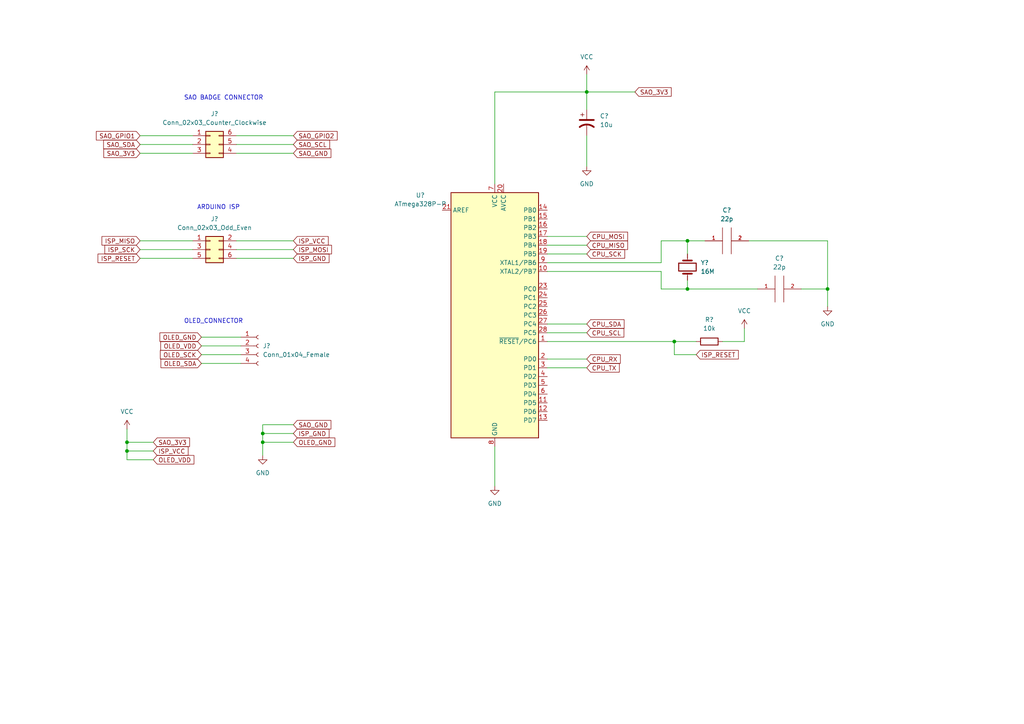
<source format=kicad_sch>
(kicad_sch (version 20211123) (generator eeschema)
  (paper "A4")
  (lib_symbols
    (symbol "Connector:Conn_01x04_Female" (pin_names (offset 1.016) hide)
      (property "Reference" "J" (at 0 5.08 0))
      (property "Value" "Conn_01x04_Female" (at 0 -7.62 0))
      (symbol "Conn_01x04_Female_1_1"
        (arc (start 0 -4.572) (mid -0.508 -5.08) (end 0 -5.588) (stroke (width 0.1524)))
        (arc (start 0 -2.032) (mid -0.508 -2.54) (end 0 -3.048) (stroke (width 0.1524)))
        (polyline (pts (xy -1.27 -5.08) (xy -0.508 -5.08)) (stroke (width 0.1524)))
        (polyline (pts (xy -1.27 -2.54) (xy -0.508 -2.54)) (stroke (width 0.1524)))
        (polyline (pts (xy -1.27 0) (xy -0.508 0)) (stroke (width 0.1524)))
        (polyline (pts (xy -1.27 2.54) (xy -0.508 2.54)) (stroke (width 0.1524)))
        (arc (start 0 0.508) (mid -0.508 0) (end 0 -0.508) (stroke (width 0.1524)))
        (arc (start 0 3.048) (mid -0.508 2.54) (end 0 2.032) (stroke (width 0.1524)))
        (pin passive line (at -5.08 2.54 0) (length 3.81) (name "Pin_1") (number "1"))
        (pin passive line (at -5.08 0 0) (length 3.81) (name "Pin_2") (number "2"))
        (pin passive line (at -5.08 -2.54 0) (length 3.81) (name "Pin_3") (number "3"))
        (pin passive line (at -5.08 -5.08 0) (length 3.81) (name "Pin_4") (number "4"))
      )
    )
    (symbol "Connector_Generic:Conn_02x03_Counter_Clockwise" (pin_names (offset 1.016) hide)
      (property "Reference" "J" (at 1.27 5.08 0))
      (property "Value" "Conn_02x03_Counter_Clockwise" (at 1.27 -5.08 0))
      (symbol "Conn_02x03_Counter_Clockwise_1_1"
        (rectangle (start -1.27 -2.413) (end 0 -2.667) (stroke (width 0.1524)))
        (rectangle (start -1.27 0.127) (end 0 -0.127) (stroke (width 0.1524)))
        (rectangle (start -1.27 2.667) (end 0 2.413) (stroke (width 0.1524)))
        (rectangle (start -1.27 3.81) (end 3.81 -3.81) (stroke (width 0.254)) (fill (type background)))
        (rectangle (start 3.81 -2.413) (end 2.54 -2.667) (stroke (width 0.1524)))
        (rectangle (start 3.81 0.127) (end 2.54 -0.127) (stroke (width 0.1524)))
        (rectangle (start 3.81 2.667) (end 2.54 2.413) (stroke (width 0.1524)))
        (pin passive line (at -5.08 2.54 0) (length 3.81) (name "Pin_1") (number "1"))
        (pin passive line (at -5.08 0 0) (length 3.81) (name "Pin_2") (number "2"))
        (pin passive line (at -5.08 -2.54 0) (length 3.81) (name "Pin_3") (number "3"))
        (pin passive line (at 7.62 -2.54 180) (length 3.81) (name "Pin_4") (number "4"))
        (pin passive line (at 7.62 0 180) (length 3.81) (name "Pin_5") (number "5"))
        (pin passive line (at 7.62 2.54 180) (length 3.81) (name "Pin_6") (number "6"))
      )
    )
    (symbol "Connector_Generic:Conn_02x03_Odd_Even" (pin_names (offset 1.016) hide)
      (property "Reference" "J" (at 1.27 5.08 0))
      (property "Value" "Conn_02x03_Odd_Even" (at 1.27 -5.08 0))
      (symbol "Conn_02x03_Odd_Even_1_1"
        (rectangle (start -1.27 -2.413) (end 0 -2.667) (stroke (width 0.1524)))
        (rectangle (start -1.27 0.127) (end 0 -0.127) (stroke (width 0.1524)))
        (rectangle (start -1.27 2.667) (end 0 2.413) (stroke (width 0.1524)))
        (rectangle (start -1.27 3.81) (end 3.81 -3.81) (stroke (width 0.254)) (fill (type background)))
        (rectangle (start 3.81 -2.413) (end 2.54 -2.667) (stroke (width 0.1524)))
        (rectangle (start 3.81 0.127) (end 2.54 -0.127) (stroke (width 0.1524)))
        (rectangle (start 3.81 2.667) (end 2.54 2.413) (stroke (width 0.1524)))
        (pin passive line (at -5.08 2.54 0) (length 3.81) (name "Pin_1") (number "1"))
        (pin passive line (at 7.62 2.54 180) (length 3.81) (name "Pin_2") (number "2"))
        (pin passive line (at -5.08 0 0) (length 3.81) (name "Pin_3") (number "3"))
        (pin passive line (at 7.62 0 180) (length 3.81) (name "Pin_4") (number "4"))
        (pin passive line (at -5.08 -2.54 0) (length 3.81) (name "Pin_5") (number "5"))
        (pin passive line (at 7.62 -2.54 180) (length 3.81) (name "Pin_6") (number "6"))
      )
    )
    (symbol "Device:C_Polarized_US" (pin_numbers hide) (pin_names (offset 0.254) hide)
      (property "Reference" "C" (at 0.635 2.54 0))
      (property "Value" "C_Polarized_US" (at 0.635 -2.54 0))
      (symbol "C_Polarized_US_0_1"
        (polyline (pts (xy -2.032 0.762) (xy 2.032 0.762)) (stroke (width 0.508)))
        (polyline (pts (xy -1.778 2.286) (xy -0.762 2.286)))
        (polyline (pts (xy -1.27 1.778) (xy -1.27 2.794)))
        (arc (start 2.032 -1.27) (mid 0 -0.5572) (end -2.032 -1.27) (stroke (width 0.508)))
      )
      (symbol "C_Polarized_US_1_1"
        (pin passive line (at 0 3.81 270) (length 2.794) (name "~") (number "1"))
        (pin passive line (at 0 -3.81 90) (length 3.302) (name "~") (number "2"))
      )
    )
    (symbol "Device:Crystal" (pin_numbers hide) (pin_names (offset 1.016) hide)
      (property "Reference" "Y" (at 0 3.81 0))
      (property "Value" "Crystal" (at 0 -3.81 0))
      (symbol "Crystal_0_1"
        (rectangle (start -1.143 2.54) (end 1.143 -2.54) (stroke (width 0.3048)))
        (polyline (pts (xy -2.54 0) (xy -1.905 0)))
        (polyline (pts (xy -1.905 -1.27) (xy -1.905 1.27)) (stroke (width 0.508)))
        (polyline (pts (xy 1.905 -1.27) (xy 1.905 1.27)) (stroke (width 0.508)))
        (polyline (pts (xy 2.54 0) (xy 1.905 0)))
      )
      (symbol "Crystal_1_1"
        (pin passive line (at -3.81 0 0) (length 1.27) (name "1") (number "1"))
        (pin passive line (at 3.81 0 180) (length 1.27) (name "2") (number "2"))
      )
    )
    (symbol "Device:R" (pin_numbers hide) (pin_names (offset 0))
      (property "Reference" "R" (at 2.032 0 90))
      (property "Value" "R" (at 0 0 90))
      (symbol "R_0_1"
        (rectangle (start -1.016 -2.54) (end 1.016 2.54) (stroke (width 0.254)))
      )
      (symbol "R_1_1"
        (pin passive line (at 0 3.81 270) (length 1.27) (name "~") (number "1"))
        (pin passive line (at 0 -3.81 90) (length 1.27) (name "~") (number "2"))
      )
    )
    (symbol "MCU_Microchip_ATmega:ATmega328P-P"
      (property "Reference" "U" (at -12.7 36.83 0))
      (property "Value" "ATmega328P-P" (at 2.54 -36.83 0))
      (symbol "ATmega328P-P_0_1"
        (rectangle (start -12.7 -35.56) (end 12.7 35.56) (stroke (width 0.254)) (fill (type background)))
      )
      (symbol "ATmega328P-P_1_1"
        (pin bidirectional line (at 15.24 -7.62 180) (length 2.54) (name "~{RESET}/PC6") (number "1"))
        (pin bidirectional line (at 15.24 12.7 180) (length 2.54) (name "XTAL2/PB7") (number "10"))
        (pin bidirectional line (at 15.24 -25.4 180) (length 2.54) (name "PD5") (number "11"))
        (pin bidirectional line (at 15.24 -27.94 180) (length 2.54) (name "PD6") (number "12"))
        (pin bidirectional line (at 15.24 -30.48 180) (length 2.54) (name "PD7") (number "13"))
        (pin bidirectional line (at 15.24 30.48 180) (length 2.54) (name "PB0") (number "14"))
        (pin bidirectional line (at 15.24 27.94 180) (length 2.54) (name "PB1") (number "15"))
        (pin bidirectional line (at 15.24 25.4 180) (length 2.54) (name "PB2") (number "16"))
        (pin bidirectional line (at 15.24 22.86 180) (length 2.54) (name "PB3") (number "17"))
        (pin bidirectional line (at 15.24 20.32 180) (length 2.54) (name "PB4") (number "18"))
        (pin bidirectional line (at 15.24 17.78 180) (length 2.54) (name "PB5") (number "19"))
        (pin bidirectional line (at 15.24 -12.7 180) (length 2.54) (name "PD0") (number "2"))
        (pin power_in line (at 2.54 38.1 270) (length 2.54) (name "AVCC") (number "20"))
        (pin passive line (at -15.24 30.48 0) (length 2.54) (name "AREF") (number "21"))
        (pin passive line (at 0 -38.1 90) (length 2.54) hide (name "GND") (number "22"))
        (pin bidirectional line (at 15.24 7.62 180) (length 2.54) (name "PC0") (number "23"))
        (pin bidirectional line (at 15.24 5.08 180) (length 2.54) (name "PC1") (number "24"))
        (pin bidirectional line (at 15.24 2.54 180) (length 2.54) (name "PC2") (number "25"))
        (pin bidirectional line (at 15.24 0 180) (length 2.54) (name "PC3") (number "26"))
        (pin bidirectional line (at 15.24 -2.54 180) (length 2.54) (name "PC4") (number "27"))
        (pin bidirectional line (at 15.24 -5.08 180) (length 2.54) (name "PC5") (number "28"))
        (pin bidirectional line (at 15.24 -15.24 180) (length 2.54) (name "PD1") (number "3"))
        (pin bidirectional line (at 15.24 -17.78 180) (length 2.54) (name "PD2") (number "4"))
        (pin bidirectional line (at 15.24 -20.32 180) (length 2.54) (name "PD3") (number "5"))
        (pin bidirectional line (at 15.24 -22.86 180) (length 2.54) (name "PD4") (number "6"))
        (pin power_in line (at 0 38.1 270) (length 2.54) (name "VCC") (number "7"))
        (pin power_in line (at 0 -38.1 90) (length 2.54) (name "GND") (number "8"))
        (pin bidirectional line (at 15.24 15.24 180) (length 2.54) (name "XTAL1/PB6") (number "9"))
      )
    )
    (symbol "power:GND" (power) (pin_names (offset 0))
      (property "Value" "GND" (at 0 -3.81 0))
      (symbol "GND_0_1"
        (polyline (pts (xy 0 0) (xy 0 -1.27) (xy 1.27 -1.27) (xy 0 -2.54) (xy -1.27 -1.27) (xy 0 -1.27)))
      )
      (symbol "GND_1_1"
        (pin power_in line (at 0 0 270) (length 0) hide (name "GND") (number "1"))
      )
    )
    (symbol "power:VCC" (power) (pin_names (offset 0))
      (property "Value" "VCC" (at 0 3.81 0))
      (symbol "VCC_0_1"
        (polyline (pts (xy -0.762 1.27) (xy 0 2.54)))
        (polyline (pts (xy 0 0) (xy 0 2.54)))
        (polyline (pts (xy 0 2.54) (xy 0.762 1.27)))
      )
      (symbol "VCC_1_1"
        (pin power_in line (at 0 0 90) (length 0) hide (name "VCC") (number "1"))
      )
    )
    (symbol "pspice:CAP" (pin_names (offset 0.254))
      (property "Reference" "C" (at 2.54 3.81 90))
      (property "Value" "CAP" (at 2.54 -3.81 90))
      (symbol "CAP_0_1"
        (polyline (pts (xy -3.81 -1.27) (xy 3.81 -1.27)))
        (polyline (pts (xy -3.81 1.27) (xy 3.81 1.27)))
      )
      (symbol "CAP_1_1"
        (pin passive line (at 0 6.35 270) (length 5.08) (name "~") (number "1"))
        (pin passive line (at 0 -6.35 90) (length 5.08) (name "~") (number "2"))
      )
    )
  )
  (junction (at 170.18 26.67))
  (junction (at 76.2 128.27))
  (junction (at 195.58 99.06))
  (junction (at 36.83 128.27))
  (junction (at 76.2 125.73))
  (junction (at 36.83 130.81))
  (junction (at 199.39 69.85))
  (junction (at 240.03 83.82))
  (junction (at 199.39 83.82))
  (wire (pts (xy 158.75 93.98) (xy 170.18 93.98)))
  (wire (pts (xy 58.42 100.33) (xy 69.85 100.33)))
  (wire (pts (xy 68.58 74.93) (xy 85.09 74.93)))
  (wire (pts (xy 158.75 71.12) (xy 170.18 71.12)))
  (wire (pts (xy 158.75 73.66) (xy 170.18 73.66)))
  (wire (pts (xy 201.93 102.87) (xy 195.58 102.87)))
  (wire (pts (xy 143.51 26.67) (xy 170.18 26.67)))
  (wire (pts (xy 215.9 99.06) (xy 215.9 95.25)))
  (wire (pts (xy 40.64 72.39) (xy 55.88 72.39)))
  (wire (pts (xy 158.75 78.74) (xy 191.77 78.74)))
  (wire (pts (xy 76.2 128.27) (xy 76.2 132.08)))
  (wire (pts (xy 143.51 53.34) (xy 143.51 26.67)))
  (wire (pts (xy 240.03 69.85) (xy 240.03 83.82)))
  (wire (pts (xy 40.64 39.37) (xy 55.88 39.37)))
  (wire (pts (xy 191.77 83.82) (xy 199.39 83.82)))
  (wire (pts (xy 36.83 130.81) (xy 36.83 128.27)))
  (wire (pts (xy 85.09 125.73) (xy 76.2 125.73)))
  (wire (pts (xy 217.17 69.85) (xy 240.03 69.85)))
  (wire (pts (xy 36.83 133.35) (xy 36.83 130.81)))
  (wire (pts (xy 40.64 41.91) (xy 55.88 41.91)))
  (wire (pts (xy 76.2 125.73) (xy 76.2 128.27)))
  (wire (pts (xy 240.03 83.82) (xy 240.03 88.9)))
  (wire (pts (xy 85.09 128.27) (xy 76.2 128.27)))
  (wire (pts (xy 40.64 69.85) (xy 55.88 69.85)))
  (wire (pts (xy 158.75 68.58) (xy 170.18 68.58)))
  (wire (pts (xy 158.75 106.68) (xy 170.18 106.68)))
  (wire (pts (xy 170.18 21.59) (xy 170.18 26.67)))
  (wire (pts (xy 44.45 133.35) (xy 36.83 133.35)))
  (wire (pts (xy 44.45 130.81) (xy 36.83 130.81)))
  (wire (pts (xy 170.18 26.67) (xy 170.18 31.75)))
  (wire (pts (xy 68.58 72.39) (xy 85.09 72.39)))
  (wire (pts (xy 68.58 39.37) (xy 85.09 39.37)))
  (wire (pts (xy 58.42 102.87) (xy 69.85 102.87)))
  (wire (pts (xy 170.18 26.67) (xy 184.15 26.67)))
  (wire (pts (xy 36.83 128.27) (xy 44.45 128.27)))
  (wire (pts (xy 195.58 102.87) (xy 195.58 99.06)))
  (wire (pts (xy 36.83 124.46) (xy 36.83 128.27)))
  (wire (pts (xy 68.58 44.45) (xy 85.09 44.45)))
  (wire (pts (xy 199.39 83.82) (xy 199.39 81.28)))
  (wire (pts (xy 170.18 39.37) (xy 170.18 48.26)))
  (wire (pts (xy 191.77 76.2) (xy 191.77 69.85)))
  (wire (pts (xy 40.64 74.93) (xy 55.88 74.93)))
  (wire (pts (xy 191.77 69.85) (xy 199.39 69.85)))
  (wire (pts (xy 219.71 83.82) (xy 199.39 83.82)))
  (wire (pts (xy 143.51 129.54) (xy 143.51 140.97)))
  (wire (pts (xy 158.75 99.06) (xy 195.58 99.06)))
  (wire (pts (xy 191.77 78.74) (xy 191.77 83.82)))
  (wire (pts (xy 85.09 123.19) (xy 76.2 123.19)))
  (wire (pts (xy 58.42 97.79) (xy 69.85 97.79)))
  (wire (pts (xy 195.58 99.06) (xy 201.93 99.06)))
  (wire (pts (xy 158.75 76.2) (xy 191.77 76.2)))
  (wire (pts (xy 232.41 83.82) (xy 240.03 83.82)))
  (wire (pts (xy 209.55 99.06) (xy 215.9 99.06)))
  (wire (pts (xy 58.42 105.41) (xy 69.85 105.41)))
  (wire (pts (xy 76.2 123.19) (xy 76.2 125.73)))
  (wire (pts (xy 158.75 104.14) (xy 170.18 104.14)))
  (wire (pts (xy 68.58 41.91) (xy 85.09 41.91)))
  (wire (pts (xy 199.39 73.66) (xy 199.39 69.85)))
  (wire (pts (xy 68.58 69.85) (xy 85.09 69.85)))
  (wire (pts (xy 199.39 69.85) (xy 204.47 69.85)))
  (wire (pts (xy 158.75 96.52) (xy 170.18 96.52)))
  (wire (pts (xy 40.64 44.45) (xy 55.88 44.45)))
  (text "OLED_CONNECTOR" (at 53.34 93.98 0) (effects (font (size 1.27 1.27)) (justify left bottom)))
  (text "SAO BADGE CONNECTOR" (at 53.34 29.21 0) (effects (font (size 1.27 1.27)) (justify left bottom)))
  (text "ARDUINO ISP" (at 57.15 60.96 0) (effects (font (size 1.27 1.27)) (justify left bottom)))
  (global_label "SAO_3V3" (shape input) (at 40.64 44.45 180) (property "Intersheet References" "${INTERSHEET_REFS}" (effects hide)))
  (global_label "OLED_GND" (shape input) (at 58.42 97.79 180) (property "Intersheet References" "${INTERSHEET_REFS}" (effects hide)))
  (global_label "ISP_VCC" (shape input) (at 85.09 69.85 0) (property "Intersheet References" "${INTERSHEET_REFS}" (effects hide)))
  (global_label "ISP_VCC" (shape input) (at 44.45 130.81 0) (property "Intersheet References" "${INTERSHEET_REFS}" (effects hide)))
  (global_label "SAO_SDA" (shape input) (at 40.64 41.91 180) (property "Intersheet References" "${INTERSHEET_REFS}" (effects hide)))
  (global_label "OLED_SDA" (shape input) (at 58.42 105.41 180) (property "Intersheet References" "${INTERSHEET_REFS}" (effects hide)))
  (global_label "ISP_GND" (shape input) (at 85.09 74.93 0) (property "Intersheet References" "${INTERSHEET_REFS}" (effects hide)))
  (global_label "CPU_TX" (shape input) (at 170.18 106.68 0) (property "Intersheet References" "${INTERSHEET_REFS}" (effects hide)))
  (global_label "ISP_RESET" (shape input) (at 40.64 74.93 180) (property "Intersheet References" "${INTERSHEET_REFS}" (effects hide)))
  (global_label "CPU_SCL" (shape input) (at 170.18 96.52 0) (property "Intersheet References" "${INTERSHEET_REFS}" (effects hide)))
  (global_label "CPU_SDA" (shape input) (at 170.18 93.98 0) (property "Intersheet References" "${INTERSHEET_REFS}" (effects hide)))
  (global_label "SAO_GPIO1" (shape input) (at 40.64 39.37 180) (property "Intersheet References" "${INTERSHEET_REFS}" (effects hide)))
  (global_label "OLED_SCK" (shape input) (at 58.42 102.87 180) (property "Intersheet References" "${INTERSHEET_REFS}" (effects hide)))
  (global_label "SAO_3V3" (shape input) (at 184.15 26.67 0) (property "Intersheet References" "${INTERSHEET_REFS}" (effects hide)))
  (global_label "SAO_GPIO2" (shape input) (at 85.09 39.37 0) (property "Intersheet References" "${INTERSHEET_REFS}" (effects hide)))
  (global_label "CPU_SCK" (shape input) (at 170.18 73.66 0) (property "Intersheet References" "${INTERSHEET_REFS}" (effects hide)))
  (global_label "OLED_GND" (shape input) (at 85.09 128.27 0) (property "Intersheet References" "${INTERSHEET_REFS}" (effects hide)))
  (global_label "OLED_VDD" (shape input) (at 44.45 133.35 0) (property "Intersheet References" "${INTERSHEET_REFS}" (effects hide)))
  (global_label "CPU_MOSI" (shape input) (at 170.18 68.58 0) (property "Intersheet References" "${INTERSHEET_REFS}" (effects hide)))
  (global_label "ISP_SCK" (shape input) (at 40.64 72.39 180) (property "Intersheet References" "${INTERSHEET_REFS}" (effects hide)))
  (global_label "SAO_GND" (shape input) (at 85.09 44.45 0) (property "Intersheet References" "${INTERSHEET_REFS}" (effects hide)))
  (global_label "CPU_MISO" (shape input) (at 170.18 71.12 0) (property "Intersheet References" "${INTERSHEET_REFS}" (effects hide)))
  (global_label "ISP_MOSI" (shape input) (at 85.09 72.39 0) (property "Intersheet References" "${INTERSHEET_REFS}" (effects hide)))
  (global_label "OLED_VDD" (shape input) (at 58.42 100.33 180) (property "Intersheet References" "${INTERSHEET_REFS}" (effects hide)))
  (global_label "SAO_SCL" (shape input) (at 85.09 41.91 0) (property "Intersheet References" "${INTERSHEET_REFS}" (effects hide)))
  (global_label "ISP_GND" (shape input) (at 85.09 125.73 0) (property "Intersheet References" "${INTERSHEET_REFS}" (effects hide)))
  (global_label "SAO_3V3" (shape input) (at 44.45 128.27 0) (property "Intersheet References" "${INTERSHEET_REFS}" (effects hide)))
  (global_label "ISP_MISO" (shape input) (at 40.64 69.85 180) (property "Intersheet References" "${INTERSHEET_REFS}" (effects hide)))
  (global_label "ISP_RESET" (shape input) (at 201.93 102.87 0) (property "Intersheet References" "${INTERSHEET_REFS}" (effects hide)))
  (global_label "SAO_GND" (shape input) (at 85.09 123.19 0) (property "Intersheet References" "${INTERSHEET_REFS}" (effects hide)))
  (global_label "CPU_RX" (shape input) (at 170.18 104.14 0) (property "Intersheet References" "${INTERSHEET_REFS}" (effects hide)))
  (symbol (lib_id "power:VCC") (at 215.9 95.25 0) (unit 1)
    (property "Reference" "#PWR?" (effects hide))
    (property "Value" "VCC" (at 215.9 90.17 0))
  )
  (symbol (lib_id "Device:C_Polarized_US") (at 170.18 35.56 0) (unit 1)
    (property "Reference" "C?" (at 173.99 33.6549 0) (effects (justify left)))
    (property "Value" "10u" (at 173.99 36.1949 0) (effects (justify left)))
  )
  (symbol (lib_id "power:GND") (at 170.18 48.26 0) (unit 1)
    (property "Reference" "#PWR?" (effects hide))
    (property "Value" "GND" (at 170.18 53.34 0))
  )
  (symbol (lib_id "Device:R") (at 205.74 99.06 90) (unit 1)
    (property "Reference" "R?" (at 205.74 92.71 90))
    (property "Value" "10k" (at 205.74 95.25 90))
  )
  (symbol (lib_id "Device:Crystal") (at 199.39 77.47 90) (unit 1)
    (property "Reference" "Y?" (at 203.2 76.1999 90) (effects (justify right)))
    (property "Value" "16M" (at 203.2 78.7399 90) (effects (justify right)))
  )
  (symbol (lib_id "power:VCC") (at 170.18 21.59 0) (unit 1)
    (property "Reference" "#PWR?" (effects hide))
    (property "Value" "VCC" (at 170.18 16.51 0))
  )
  (symbol (lib_id "MCU_Microchip_ATmega:ATmega328P-P") (at 143.51 91.44 0) (unit 1)
    (property "Reference" "U?" (at 121.92 56.6293 0))
    (property "Value" "ATmega328P-P" (at 121.92 59.1693 0))
    (property "Footprint" "Package_DIP:DIP-28_W7.62mm" (effects hide))
    (property "Datasheet" "http://ww1.microchip.com/downloads/en/DeviceDoc/ATmega328_P%20AVR%20MCU%20with%20picoPower%20Technology%20Data%20Sheet%2040001984A.pdf" (effects hide))
  )
  (symbol (lib_id "power:GND") (at 240.03 88.9 0) (unit 1)
    (property "Reference" "#PWR?" (effects hide))
    (property "Value" "GND" (at 240.03 93.98 0))
  )
  (symbol (lib_id "power:GND") (at 143.51 140.97 0) (unit 1)
    (property "Reference" "#PWR?" (effects hide))
    (property "Value" "GND" (at 143.51 146.05 0))
  )
  (symbol (lib_id "pspice:CAP") (at 210.82 69.85 90) (unit 1)
    (property "Reference" "C?" (at 210.82 60.96 90))
    (property "Value" "22p" (at 210.82 63.5 90))
  )
  (symbol (lib_id "Connector_Generic:Conn_02x03_Odd_Even") (at 60.96 72.39 0) (unit 1)
    (property "Reference" "J?" (at 62.23 63.5 0))
    (property "Value" "Conn_02x03_Odd_Even" (at 62.23 66.04 0))
  )
  (symbol (lib_id "Connector_Generic:Conn_02x03_Counter_Clockwise") (at 60.96 41.91 0) (unit 1)
    (property "Reference" "J?" (at 62.23 33.02 0))
    (property "Value" "Conn_02x03_Counter_Clockwise" (at 62.23 35.56 0))
  )
  (symbol (lib_id "Connector:Conn_01x04_Female") (at 74.93 100.33 0) (unit 1)
    (property "Reference" "J?" (at 76.2 100.3299 0) (effects (justify left)))
    (property "Value" "Conn_01x04_Female" (at 76.2 102.8699 0) (effects (justify left)))
  )
  (symbol (lib_id "power:VCC") (at 36.83 124.46 0) (unit 1)
    (property "Reference" "#PWR?" (effects hide))
    (property "Value" "VCC" (at 36.83 119.38 0))
  )
  (symbol (lib_id "pspice:CAP") (at 226.06 83.82 90) (unit 1)
    (property "Reference" "C?" (at 226.06 74.93 90))
    (property "Value" "22p" (at 226.06 77.47 90))
  )
  (symbol (lib_id "power:GND") (at 76.2 132.08 0) (unit 1)
    (property "Reference" "#PWR?" (effects hide))
    (property "Value" "GND" (at 76.2 137.16 0))
  )
)
</source>
